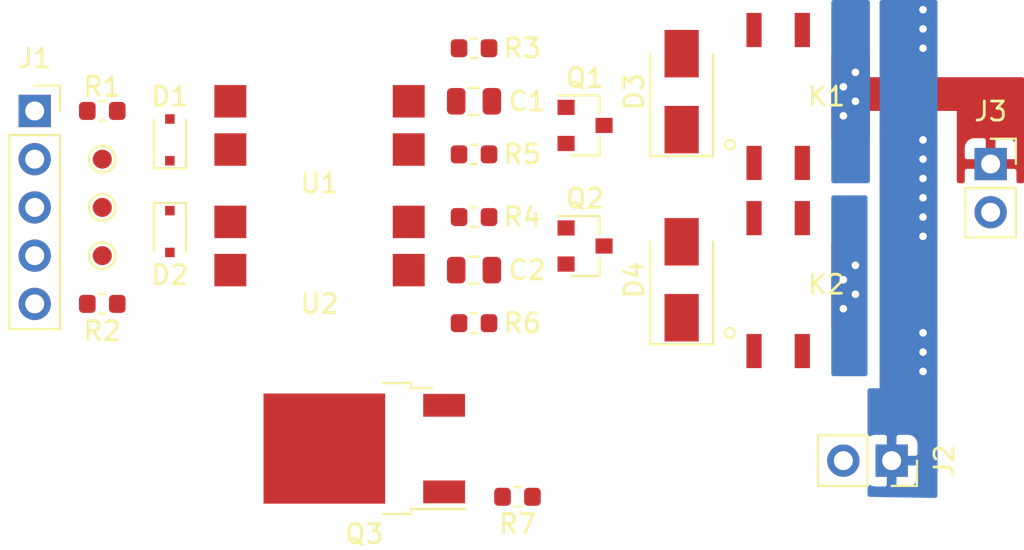
<source format=kicad_pcb>
(kicad_pcb (version 20171130) (host pcbnew "(5.1.6)-1")

  (general
    (thickness 1.6)
    (drawings 0)
    (tracks 20)
    (zones 0)
    (modules 26)
    (nets 23)
  )

  (page A4)
  (layers
    (0 F.Cu signal)
    (31 B.Cu signal)
    (32 B.Adhes user)
    (33 F.Adhes user)
    (34 B.Paste user)
    (35 F.Paste user)
    (36 B.SilkS user)
    (37 F.SilkS user)
    (38 B.Mask user)
    (39 F.Mask user)
    (40 Dwgs.User user)
    (41 Cmts.User user)
    (42 Eco1.User user)
    (43 Eco2.User user)
    (44 Edge.Cuts user)
    (45 Margin user)
    (46 B.CrtYd user)
    (47 F.CrtYd user)
    (48 B.Fab user)
    (49 F.Fab user hide)
  )

  (setup
    (last_trace_width 0.25)
    (trace_clearance 0.2)
    (zone_clearance 0.508)
    (zone_45_only no)
    (trace_min 0.2)
    (via_size 0.8)
    (via_drill 0.4)
    (via_min_size 0.4)
    (via_min_drill 0.3)
    (uvia_size 0.3)
    (uvia_drill 0.1)
    (uvias_allowed no)
    (uvia_min_size 0.2)
    (uvia_min_drill 0.1)
    (edge_width 0.05)
    (segment_width 0.2)
    (pcb_text_width 0.3)
    (pcb_text_size 1.5 1.5)
    (mod_edge_width 0.12)
    (mod_text_size 1 1)
    (mod_text_width 0.15)
    (pad_size 1.524 1.524)
    (pad_drill 0.762)
    (pad_to_mask_clearance 0.05)
    (aux_axis_origin 0 0)
    (visible_elements 7FFFFFFF)
    (pcbplotparams
      (layerselection 0x010fc_ffffffff)
      (usegerberextensions false)
      (usegerberattributes true)
      (usegerberadvancedattributes true)
      (creategerberjobfile true)
      (excludeedgelayer true)
      (linewidth 0.100000)
      (plotframeref false)
      (viasonmask false)
      (mode 1)
      (useauxorigin false)
      (hpglpennumber 1)
      (hpglpenspeed 20)
      (hpglpendiameter 15.000000)
      (psnegative false)
      (psa4output false)
      (plotreference true)
      (plotvalue true)
      (plotinvisibletext false)
      (padsonsilk false)
      (subtractmaskfromsilk false)
      (outputformat 1)
      (mirror false)
      (drillshape 1)
      (scaleselection 1)
      (outputdirectory ""))
  )

  (net 0 "")
  (net 1 +5V)
  (net 2 "Net-(C1-Pad1)")
  (net 3 "Net-(C2-Pad1)")
  (net 4 "Net-(D1-Pad2)")
  (net 5 MA+_EN)
  (net 6 "Net-(D2-Pad2)")
  (net 7 MA-_EN)
  (net 8 "Net-(D3-Pad2)")
  (net 9 "Net-(D4-Pad2)")
  (net 10 GND)
  (net 11 PWM)
  (net 12 -BATT)
  (net 13 +BATT)
  (net 14 MA-)
  (net 15 MA+)
  (net 16 "Net-(Q1-Pad1)")
  (net 17 "Net-(Q2-Pad1)")
  (net 18 "Net-(R1-Pad1)")
  (net 19 "Net-(R2-Pad1)")
  (net 20 "Net-(R5-Pad2)")
  (net 21 "Net-(R6-Pad2)")
  (net 22 -BATT_PWM)

  (net_class Default "This is the default net class."
    (clearance 0.2)
    (trace_width 0.25)
    (via_dia 0.8)
    (via_drill 0.4)
    (uvia_dia 0.3)
    (uvia_drill 0.1)
    (add_net +5V)
    (add_net +BATT)
    (add_net -BATT)
    (add_net -BATT_PWM)
    (add_net GND)
    (add_net MA+)
    (add_net MA+_EN)
    (add_net MA-)
    (add_net MA-_EN)
    (add_net "Net-(C1-Pad1)")
    (add_net "Net-(C2-Pad1)")
    (add_net "Net-(D1-Pad2)")
    (add_net "Net-(D2-Pad2)")
    (add_net "Net-(D3-Pad2)")
    (add_net "Net-(D4-Pad2)")
    (add_net "Net-(Q1-Pad1)")
    (add_net "Net-(Q2-Pad1)")
    (add_net "Net-(R1-Pad1)")
    (add_net "Net-(R2-Pad1)")
    (add_net "Net-(R5-Pad2)")
    (add_net "Net-(R6-Pad2)")
    (add_net PWM)
  )

  (module TestPoint:TestPoint_Pad_D1.0mm (layer F.Cu) (tedit 5A0F774F) (tstamp 604BD722)
    (at 51.816 60.96)
    (descr "SMD pad as test Point, diameter 1.0mm")
    (tags "test point SMD pad")
    (path /60516254)
    (attr virtual)
    (fp_text reference TP3 (at 0 -1.448) (layer F.Fab)
      (effects (font (size 1 1) (thickness 0.15)))
    )
    (fp_text value PWM (at 0 1.55) (layer F.Fab)
      (effects (font (size 1 1) (thickness 0.15)))
    )
    (fp_text user %R (at 0 -1.45) (layer F.Fab)
      (effects (font (size 1 1) (thickness 0.15)))
    )
    (fp_circle (center 0 0) (end 1 0) (layer F.CrtYd) (width 0.05))
    (fp_circle (center 0 0) (end 0 0.7) (layer F.SilkS) (width 0.12))
    (pad 1 smd circle (at 0 0) (size 1 1) (layers F.Cu F.Mask)
      (net 11 PWM))
  )

  (module TestPoint:TestPoint_Pad_D1.0mm (layer F.Cu) (tedit 5A0F774F) (tstamp 604BD71A)
    (at 51.816 58.42)
    (descr "SMD pad as test Point, diameter 1.0mm")
    (tags "test point SMD pad")
    (path /605137A1)
    (attr virtual)
    (fp_text reference TP2 (at 0 -1.448) (layer F.Fab)
      (effects (font (size 1 1) (thickness 0.15)))
    )
    (fp_text value MA-_EN (at 0 1.55) (layer F.Fab)
      (effects (font (size 1 1) (thickness 0.15)))
    )
    (fp_text user %R (at 0 -1.45) (layer F.Fab)
      (effects (font (size 1 1) (thickness 0.15)))
    )
    (fp_circle (center 0 0) (end 1 0) (layer F.CrtYd) (width 0.05))
    (fp_circle (center 0 0) (end 0 0.7) (layer F.SilkS) (width 0.12))
    (pad 1 smd circle (at 0 0) (size 1 1) (layers F.Cu F.Mask)
      (net 7 MA-_EN))
  )

  (module TestPoint:TestPoint_Pad_D1.0mm (layer F.Cu) (tedit 5A0F774F) (tstamp 604BD712)
    (at 51.816 55.88)
    (descr "SMD pad as test Point, diameter 1.0mm")
    (tags "test point SMD pad")
    (path /605117C5)
    (attr virtual)
    (fp_text reference TP1 (at 0 -1.448) (layer F.Fab)
      (effects (font (size 1 1) (thickness 0.15)))
    )
    (fp_text value MA+_EN (at 0 1.55) (layer F.Fab)
      (effects (font (size 1 1) (thickness 0.15)))
    )
    (fp_text user %R (at 0 -1.45) (layer F.Fab)
      (effects (font (size 1 1) (thickness 0.15)))
    )
    (fp_circle (center 0 0) (end 1 0) (layer F.CrtYd) (width 0.05))
    (fp_circle (center 0 0) (end 0 0.7) (layer F.SilkS) (width 0.12))
    (pad 1 smd circle (at 0 0) (size 1 1) (layers F.Cu F.Mask)
      (net 5 MA+_EN))
  )

  (module Diode_SMD:D_SMA (layer F.Cu) (tedit 586432E5) (tstamp 604C1411)
    (at 82.296 62.23 90)
    (descr "Diode SMA (DO-214AC)")
    (tags "Diode SMA (DO-214AC)")
    (path /604D767D)
    (attr smd)
    (fp_text reference D4 (at 0 -2.5 90) (layer F.SilkS)
      (effects (font (size 1 1) (thickness 0.15)))
    )
    (fp_text value D_Small (at 0 2.6 90) (layer F.Fab)
      (effects (font (size 1 1) (thickness 0.15)))
    )
    (fp_text user %R (at 0 -2.5 90) (layer F.Fab)
      (effects (font (size 1 1) (thickness 0.15)))
    )
    (fp_line (start -3.4 -1.65) (end -3.4 1.65) (layer F.SilkS) (width 0.12))
    (fp_line (start 2.3 1.5) (end -2.3 1.5) (layer F.Fab) (width 0.1))
    (fp_line (start -2.3 1.5) (end -2.3 -1.5) (layer F.Fab) (width 0.1))
    (fp_line (start 2.3 -1.5) (end 2.3 1.5) (layer F.Fab) (width 0.1))
    (fp_line (start 2.3 -1.5) (end -2.3 -1.5) (layer F.Fab) (width 0.1))
    (fp_line (start -3.5 -1.75) (end 3.5 -1.75) (layer F.CrtYd) (width 0.05))
    (fp_line (start 3.5 -1.75) (end 3.5 1.75) (layer F.CrtYd) (width 0.05))
    (fp_line (start 3.5 1.75) (end -3.5 1.75) (layer F.CrtYd) (width 0.05))
    (fp_line (start -3.5 1.75) (end -3.5 -1.75) (layer F.CrtYd) (width 0.05))
    (fp_line (start -0.64944 0.00102) (end -1.55114 0.00102) (layer F.Fab) (width 0.1))
    (fp_line (start 0.50118 0.00102) (end 1.4994 0.00102) (layer F.Fab) (width 0.1))
    (fp_line (start -0.64944 -0.79908) (end -0.64944 0.80112) (layer F.Fab) (width 0.1))
    (fp_line (start 0.50118 0.75032) (end 0.50118 -0.79908) (layer F.Fab) (width 0.1))
    (fp_line (start -0.64944 0.00102) (end 0.50118 0.75032) (layer F.Fab) (width 0.1))
    (fp_line (start -0.64944 0.00102) (end 0.50118 -0.79908) (layer F.Fab) (width 0.1))
    (fp_line (start -3.4 1.65) (end 2 1.65) (layer F.SilkS) (width 0.12))
    (fp_line (start -3.4 -1.65) (end 2 -1.65) (layer F.SilkS) (width 0.12))
    (pad 2 smd rect (at 2 0 90) (size 2.5 1.8) (layers F.Cu F.Paste F.Mask)
      (net 9 "Net-(D4-Pad2)"))
    (pad 1 smd rect (at -2 0 90) (size 2.5 1.8) (layers F.Cu F.Paste F.Mask)
      (net 1 +5V))
    (model ${KISYS3DMOD}/Diode_SMD.3dshapes/D_SMA.wrl
      (at (xyz 0 0 0))
      (scale (xyz 1 1 1))
      (rotate (xyz 0 0 0))
    )
  )

  (module Diode_SMD:D_SOD-323F (layer F.Cu) (tedit 590A48EB) (tstamp 604BD5DF)
    (at 55.372 59.69 270)
    (descr "SOD-323F http://www.nxp.com/documents/outline_drawing/SOD323F.pdf")
    (tags SOD-323F)
    (path /604D7671)
    (attr smd)
    (fp_text reference D2 (at 2.286 0 180) (layer F.SilkS)
      (effects (font (size 1 1) (thickness 0.15)))
    )
    (fp_text value D_Small (at 0.1 1.9 90) (layer F.Fab)
      (effects (font (size 1 1) (thickness 0.15)))
    )
    (fp_text user %R (at 0 -1.85 90) (layer F.Fab)
      (effects (font (size 1 1) (thickness 0.15)))
    )
    (fp_line (start -1.5 -0.85) (end -1.5 0.85) (layer F.SilkS) (width 0.12))
    (fp_line (start 0.2 0) (end 0.45 0) (layer F.Fab) (width 0.1))
    (fp_line (start 0.2 0.35) (end -0.3 0) (layer F.Fab) (width 0.1))
    (fp_line (start 0.2 -0.35) (end 0.2 0.35) (layer F.Fab) (width 0.1))
    (fp_line (start -0.3 0) (end 0.2 -0.35) (layer F.Fab) (width 0.1))
    (fp_line (start -0.3 0) (end -0.5 0) (layer F.Fab) (width 0.1))
    (fp_line (start -0.3 -0.35) (end -0.3 0.35) (layer F.Fab) (width 0.1))
    (fp_line (start -0.9 0.7) (end -0.9 -0.7) (layer F.Fab) (width 0.1))
    (fp_line (start 0.9 0.7) (end -0.9 0.7) (layer F.Fab) (width 0.1))
    (fp_line (start 0.9 -0.7) (end 0.9 0.7) (layer F.Fab) (width 0.1))
    (fp_line (start -0.9 -0.7) (end 0.9 -0.7) (layer F.Fab) (width 0.1))
    (fp_line (start -1.6 -0.95) (end 1.6 -0.95) (layer F.CrtYd) (width 0.05))
    (fp_line (start 1.6 -0.95) (end 1.6 0.95) (layer F.CrtYd) (width 0.05))
    (fp_line (start -1.6 0.95) (end 1.6 0.95) (layer F.CrtYd) (width 0.05))
    (fp_line (start -1.6 -0.95) (end -1.6 0.95) (layer F.CrtYd) (width 0.05))
    (fp_line (start -1.5 0.85) (end 1.05 0.85) (layer F.SilkS) (width 0.12))
    (fp_line (start -1.5 -0.85) (end 1.05 -0.85) (layer F.SilkS) (width 0.12))
    (pad 2 smd rect (at 1.1 0 270) (size 0.5 0.5) (layers F.Cu F.Paste F.Mask)
      (net 6 "Net-(D2-Pad2)"))
    (pad 1 smd rect (at -1.1 0 270) (size 0.5 0.5) (layers F.Cu F.Paste F.Mask)
      (net 7 MA-_EN))
    (model ${KISYS3DMOD}/Diode_SMD.3dshapes/D_SOD-323F.wrl
      (at (xyz 0 0 0))
      (scale (xyz 1 1 1))
      (rotate (xyz 0 0 0))
    )
  )

  (module Resistor_SMD:R_0603_1608Metric (layer F.Cu) (tedit 5B301BBD) (tstamp 604BD70A)
    (at 73.66 73.66 180)
    (descr "Resistor SMD 0603 (1608 Metric), square (rectangular) end terminal, IPC_7351 nominal, (Body size source: http://www.tortai-tech.com/upload/download/2011102023233369053.pdf), generated with kicad-footprint-generator")
    (tags resistor)
    (path /604EF444)
    (attr smd)
    (fp_text reference R7 (at 0 -1.43) (layer F.SilkS)
      (effects (font (size 1 1) (thickness 0.15)))
    )
    (fp_text value 10k (at 0 1.43) (layer F.Fab)
      (effects (font (size 1 1) (thickness 0.15)))
    )
    (fp_line (start 1.48 0.73) (end -1.48 0.73) (layer F.CrtYd) (width 0.05))
    (fp_line (start 1.48 -0.73) (end 1.48 0.73) (layer F.CrtYd) (width 0.05))
    (fp_line (start -1.48 -0.73) (end 1.48 -0.73) (layer F.CrtYd) (width 0.05))
    (fp_line (start -1.48 0.73) (end -1.48 -0.73) (layer F.CrtYd) (width 0.05))
    (fp_line (start -0.162779 0.51) (end 0.162779 0.51) (layer F.SilkS) (width 0.12))
    (fp_line (start -0.162779 -0.51) (end 0.162779 -0.51) (layer F.SilkS) (width 0.12))
    (fp_line (start 0.8 0.4) (end -0.8 0.4) (layer F.Fab) (width 0.1))
    (fp_line (start 0.8 -0.4) (end 0.8 0.4) (layer F.Fab) (width 0.1))
    (fp_line (start -0.8 -0.4) (end 0.8 -0.4) (layer F.Fab) (width 0.1))
    (fp_line (start -0.8 0.4) (end -0.8 -0.4) (layer F.Fab) (width 0.1))
    (fp_text user %R (at 0 0) (layer F.Fab)
      (effects (font (size 0.4 0.4) (thickness 0.06)))
    )
    (pad 2 smd roundrect (at 0.7875 0 180) (size 0.875 0.95) (layers F.Cu F.Paste F.Mask) (roundrect_rratio 0.25)
      (net 22 -BATT_PWM))
    (pad 1 smd roundrect (at -0.7875 0 180) (size 0.875 0.95) (layers F.Cu F.Paste F.Mask) (roundrect_rratio 0.25)
      (net 13 +BATT))
    (model ${KISYS3DMOD}/Resistor_SMD.3dshapes/R_0603_1608Metric.wrl
      (at (xyz 0 0 0))
      (scale (xyz 1 1 1))
      (rotate (xyz 0 0 0))
    )
  )

  (module Resistor_SMD:R_0603_1608Metric (layer F.Cu) (tedit 5B301BBD) (tstamp 604C1CF7)
    (at 71.374 64.516 180)
    (descr "Resistor SMD 0603 (1608 Metric), square (rectangular) end terminal, IPC_7351 nominal, (Body size source: http://www.tortai-tech.com/upload/download/2011102023233369053.pdf), generated with kicad-footprint-generator")
    (tags resistor)
    (path /604D7683)
    (attr smd)
    (fp_text reference R6 (at -2.54 0) (layer F.SilkS)
      (effects (font (size 1 1) (thickness 0.15)))
    )
    (fp_text value 1k (at 0 1.43) (layer F.Fab)
      (effects (font (size 1 1) (thickness 0.15)))
    )
    (fp_line (start 1.48 0.73) (end -1.48 0.73) (layer F.CrtYd) (width 0.05))
    (fp_line (start 1.48 -0.73) (end 1.48 0.73) (layer F.CrtYd) (width 0.05))
    (fp_line (start -1.48 -0.73) (end 1.48 -0.73) (layer F.CrtYd) (width 0.05))
    (fp_line (start -1.48 0.73) (end -1.48 -0.73) (layer F.CrtYd) (width 0.05))
    (fp_line (start -0.162779 0.51) (end 0.162779 0.51) (layer F.SilkS) (width 0.12))
    (fp_line (start -0.162779 -0.51) (end 0.162779 -0.51) (layer F.SilkS) (width 0.12))
    (fp_line (start 0.8 0.4) (end -0.8 0.4) (layer F.Fab) (width 0.1))
    (fp_line (start 0.8 -0.4) (end 0.8 0.4) (layer F.Fab) (width 0.1))
    (fp_line (start -0.8 -0.4) (end 0.8 -0.4) (layer F.Fab) (width 0.1))
    (fp_line (start -0.8 0.4) (end -0.8 -0.4) (layer F.Fab) (width 0.1))
    (fp_text user %R (at 0 0) (layer F.Fab)
      (effects (font (size 0.4 0.4) (thickness 0.06)))
    )
    (pad 2 smd roundrect (at 0.7875 0 180) (size 0.875 0.95) (layers F.Cu F.Paste F.Mask) (roundrect_rratio 0.25)
      (net 21 "Net-(R6-Pad2)"))
    (pad 1 smd roundrect (at -0.7875 0 180) (size 0.875 0.95) (layers F.Cu F.Paste F.Mask) (roundrect_rratio 0.25)
      (net 17 "Net-(Q2-Pad1)"))
    (model ${KISYS3DMOD}/Resistor_SMD.3dshapes/R_0603_1608Metric.wrl
      (at (xyz 0 0 0))
      (scale (xyz 1 1 1))
      (rotate (xyz 0 0 0))
    )
  )

  (module Resistor_SMD:R_0603_1608Metric (layer F.Cu) (tedit 5B301BBD) (tstamp 604BD6E8)
    (at 71.374 55.626 180)
    (descr "Resistor SMD 0603 (1608 Metric), square (rectangular) end terminal, IPC_7351 nominal, (Body size source: http://www.tortai-tech.com/upload/download/2011102023233369053.pdf), generated with kicad-footprint-generator")
    (tags resistor)
    (path /604BB6DB)
    (attr smd)
    (fp_text reference R5 (at -2.54 0) (layer F.SilkS)
      (effects (font (size 1 1) (thickness 0.15)))
    )
    (fp_text value 1k (at 0 1.43) (layer F.Fab)
      (effects (font (size 1 1) (thickness 0.15)))
    )
    (fp_line (start 1.48 0.73) (end -1.48 0.73) (layer F.CrtYd) (width 0.05))
    (fp_line (start 1.48 -0.73) (end 1.48 0.73) (layer F.CrtYd) (width 0.05))
    (fp_line (start -1.48 -0.73) (end 1.48 -0.73) (layer F.CrtYd) (width 0.05))
    (fp_line (start -1.48 0.73) (end -1.48 -0.73) (layer F.CrtYd) (width 0.05))
    (fp_line (start -0.162779 0.51) (end 0.162779 0.51) (layer F.SilkS) (width 0.12))
    (fp_line (start -0.162779 -0.51) (end 0.162779 -0.51) (layer F.SilkS) (width 0.12))
    (fp_line (start 0.8 0.4) (end -0.8 0.4) (layer F.Fab) (width 0.1))
    (fp_line (start 0.8 -0.4) (end 0.8 0.4) (layer F.Fab) (width 0.1))
    (fp_line (start -0.8 -0.4) (end 0.8 -0.4) (layer F.Fab) (width 0.1))
    (fp_line (start -0.8 0.4) (end -0.8 -0.4) (layer F.Fab) (width 0.1))
    (fp_text user %R (at 0 0) (layer F.Fab)
      (effects (font (size 0.4 0.4) (thickness 0.06)))
    )
    (pad 2 smd roundrect (at 0.7875 0 180) (size 0.875 0.95) (layers F.Cu F.Paste F.Mask) (roundrect_rratio 0.25)
      (net 20 "Net-(R5-Pad2)"))
    (pad 1 smd roundrect (at -0.7875 0 180) (size 0.875 0.95) (layers F.Cu F.Paste F.Mask) (roundrect_rratio 0.25)
      (net 16 "Net-(Q1-Pad1)"))
    (model ${KISYS3DMOD}/Resistor_SMD.3dshapes/R_0603_1608Metric.wrl
      (at (xyz 0 0 0))
      (scale (xyz 1 1 1))
      (rotate (xyz 0 0 0))
    )
  )

  (module Resistor_SMD:R_0603_1608Metric (layer F.Cu) (tedit 5B301BBD) (tstamp 604C1CC7)
    (at 71.374 58.928 180)
    (descr "Resistor SMD 0603 (1608 Metric), square (rectangular) end terminal, IPC_7351 nominal, (Body size source: http://www.tortai-tech.com/upload/download/2011102023233369053.pdf), generated with kicad-footprint-generator")
    (tags resistor)
    (path /604D76C3)
    (attr smd)
    (fp_text reference R4 (at -2.54 0) (layer F.SilkS)
      (effects (font (size 1 1) (thickness 0.15)))
    )
    (fp_text value 100R (at 0 1.43) (layer F.Fab)
      (effects (font (size 1 1) (thickness 0.15)))
    )
    (fp_line (start 1.48 0.73) (end -1.48 0.73) (layer F.CrtYd) (width 0.05))
    (fp_line (start 1.48 -0.73) (end 1.48 0.73) (layer F.CrtYd) (width 0.05))
    (fp_line (start -1.48 -0.73) (end 1.48 -0.73) (layer F.CrtYd) (width 0.05))
    (fp_line (start -1.48 0.73) (end -1.48 -0.73) (layer F.CrtYd) (width 0.05))
    (fp_line (start -0.162779 0.51) (end 0.162779 0.51) (layer F.SilkS) (width 0.12))
    (fp_line (start -0.162779 -0.51) (end 0.162779 -0.51) (layer F.SilkS) (width 0.12))
    (fp_line (start 0.8 0.4) (end -0.8 0.4) (layer F.Fab) (width 0.1))
    (fp_line (start 0.8 -0.4) (end 0.8 0.4) (layer F.Fab) (width 0.1))
    (fp_line (start -0.8 -0.4) (end 0.8 -0.4) (layer F.Fab) (width 0.1))
    (fp_line (start -0.8 0.4) (end -0.8 -0.4) (layer F.Fab) (width 0.1))
    (fp_text user %R (at 0 0) (layer F.Fab)
      (effects (font (size 0.4 0.4) (thickness 0.06)))
    )
    (pad 2 smd roundrect (at 0.7875 0 180) (size 0.875 0.95) (layers F.Cu F.Paste F.Mask) (roundrect_rratio 0.25)
      (net 3 "Net-(C2-Pad1)"))
    (pad 1 smd roundrect (at -0.7875 0 180) (size 0.875 0.95) (layers F.Cu F.Paste F.Mask) (roundrect_rratio 0.25)
      (net 9 "Net-(D4-Pad2)"))
    (model ${KISYS3DMOD}/Resistor_SMD.3dshapes/R_0603_1608Metric.wrl
      (at (xyz 0 0 0))
      (scale (xyz 1 1 1))
      (rotate (xyz 0 0 0))
    )
  )

  (module Resistor_SMD:R_0603_1608Metric (layer F.Cu) (tedit 5B301BBD) (tstamp 604C1DD4)
    (at 71.374 50.038 180)
    (descr "Resistor SMD 0603 (1608 Metric), square (rectangular) end terminal, IPC_7351 nominal, (Body size source: http://www.tortai-tech.com/upload/download/2011102023233369053.pdf), generated with kicad-footprint-generator")
    (tags resistor)
    (path /604BBEBE)
    (attr smd)
    (fp_text reference R3 (at -2.54 0) (layer F.SilkS)
      (effects (font (size 1 1) (thickness 0.15)))
    )
    (fp_text value 100R (at 0 1.43) (layer F.Fab)
      (effects (font (size 1 1) (thickness 0.15)))
    )
    (fp_line (start 1.48 0.73) (end -1.48 0.73) (layer F.CrtYd) (width 0.05))
    (fp_line (start 1.48 -0.73) (end 1.48 0.73) (layer F.CrtYd) (width 0.05))
    (fp_line (start -1.48 -0.73) (end 1.48 -0.73) (layer F.CrtYd) (width 0.05))
    (fp_line (start -1.48 0.73) (end -1.48 -0.73) (layer F.CrtYd) (width 0.05))
    (fp_line (start -0.162779 0.51) (end 0.162779 0.51) (layer F.SilkS) (width 0.12))
    (fp_line (start -0.162779 -0.51) (end 0.162779 -0.51) (layer F.SilkS) (width 0.12))
    (fp_line (start 0.8 0.4) (end -0.8 0.4) (layer F.Fab) (width 0.1))
    (fp_line (start 0.8 -0.4) (end 0.8 0.4) (layer F.Fab) (width 0.1))
    (fp_line (start -0.8 -0.4) (end 0.8 -0.4) (layer F.Fab) (width 0.1))
    (fp_line (start -0.8 0.4) (end -0.8 -0.4) (layer F.Fab) (width 0.1))
    (fp_text user %R (at 0 0) (layer F.Fab)
      (effects (font (size 0.4 0.4) (thickness 0.06)))
    )
    (pad 2 smd roundrect (at 0.7875 0 180) (size 0.875 0.95) (layers F.Cu F.Paste F.Mask) (roundrect_rratio 0.25)
      (net 2 "Net-(C1-Pad1)"))
    (pad 1 smd roundrect (at -0.7875 0 180) (size 0.875 0.95) (layers F.Cu F.Paste F.Mask) (roundrect_rratio 0.25)
      (net 8 "Net-(D3-Pad2)"))
    (model ${KISYS3DMOD}/Resistor_SMD.3dshapes/R_0603_1608Metric.wrl
      (at (xyz 0 0 0))
      (scale (xyz 1 1 1))
      (rotate (xyz 0 0 0))
    )
  )

  (module Resistor_SMD:R_0603_1608Metric (layer F.Cu) (tedit 5B301BBD) (tstamp 604BD6B5)
    (at 51.816 63.5 180)
    (descr "Resistor SMD 0603 (1608 Metric), square (rectangular) end terminal, IPC_7351 nominal, (Body size source: http://www.tortai-tech.com/upload/download/2011102023233369053.pdf), generated with kicad-footprint-generator")
    (tags resistor)
    (path /604D7665)
    (attr smd)
    (fp_text reference R2 (at 0 -1.43) (layer F.SilkS)
      (effects (font (size 1 1) (thickness 0.15)))
    )
    (fp_text value 180R (at 0 1.43) (layer F.Fab)
      (effects (font (size 1 1) (thickness 0.15)))
    )
    (fp_line (start 1.48 0.73) (end -1.48 0.73) (layer F.CrtYd) (width 0.05))
    (fp_line (start 1.48 -0.73) (end 1.48 0.73) (layer F.CrtYd) (width 0.05))
    (fp_line (start -1.48 -0.73) (end 1.48 -0.73) (layer F.CrtYd) (width 0.05))
    (fp_line (start -1.48 0.73) (end -1.48 -0.73) (layer F.CrtYd) (width 0.05))
    (fp_line (start -0.162779 0.51) (end 0.162779 0.51) (layer F.SilkS) (width 0.12))
    (fp_line (start -0.162779 -0.51) (end 0.162779 -0.51) (layer F.SilkS) (width 0.12))
    (fp_line (start 0.8 0.4) (end -0.8 0.4) (layer F.Fab) (width 0.1))
    (fp_line (start 0.8 -0.4) (end 0.8 0.4) (layer F.Fab) (width 0.1))
    (fp_line (start -0.8 -0.4) (end 0.8 -0.4) (layer F.Fab) (width 0.1))
    (fp_line (start -0.8 0.4) (end -0.8 -0.4) (layer F.Fab) (width 0.1))
    (fp_text user %R (at 0 0) (layer F.Fab)
      (effects (font (size 0.4 0.4) (thickness 0.06)))
    )
    (pad 2 smd roundrect (at 0.7875 0 180) (size 0.875 0.95) (layers F.Cu F.Paste F.Mask) (roundrect_rratio 0.25)
      (net 1 +5V))
    (pad 1 smd roundrect (at -0.7875 0 180) (size 0.875 0.95) (layers F.Cu F.Paste F.Mask) (roundrect_rratio 0.25)
      (net 19 "Net-(R2-Pad1)"))
    (model ${KISYS3DMOD}/Resistor_SMD.3dshapes/R_0603_1608Metric.wrl
      (at (xyz 0 0 0))
      (scale (xyz 1 1 1))
      (rotate (xyz 0 0 0))
    )
  )

  (module Resistor_SMD:R_0603_1608Metric (layer F.Cu) (tedit 5B301BBD) (tstamp 604BD6A4)
    (at 51.816 53.34 180)
    (descr "Resistor SMD 0603 (1608 Metric), square (rectangular) end terminal, IPC_7351 nominal, (Body size source: http://www.tortai-tech.com/upload/download/2011102023233369053.pdf), generated with kicad-footprint-generator")
    (tags resistor)
    (path /604B5F71)
    (attr smd)
    (fp_text reference R1 (at 0 1.27) (layer F.SilkS)
      (effects (font (size 1 1) (thickness 0.15)))
    )
    (fp_text value 180R (at 0 1.43) (layer F.Fab)
      (effects (font (size 1 1) (thickness 0.15)))
    )
    (fp_line (start 1.48 0.73) (end -1.48 0.73) (layer F.CrtYd) (width 0.05))
    (fp_line (start 1.48 -0.73) (end 1.48 0.73) (layer F.CrtYd) (width 0.05))
    (fp_line (start -1.48 -0.73) (end 1.48 -0.73) (layer F.CrtYd) (width 0.05))
    (fp_line (start -1.48 0.73) (end -1.48 -0.73) (layer F.CrtYd) (width 0.05))
    (fp_line (start -0.162779 0.51) (end 0.162779 0.51) (layer F.SilkS) (width 0.12))
    (fp_line (start -0.162779 -0.51) (end 0.162779 -0.51) (layer F.SilkS) (width 0.12))
    (fp_line (start 0.8 0.4) (end -0.8 0.4) (layer F.Fab) (width 0.1))
    (fp_line (start 0.8 -0.4) (end 0.8 0.4) (layer F.Fab) (width 0.1))
    (fp_line (start -0.8 -0.4) (end 0.8 -0.4) (layer F.Fab) (width 0.1))
    (fp_line (start -0.8 0.4) (end -0.8 -0.4) (layer F.Fab) (width 0.1))
    (fp_text user %R (at 0 0) (layer F.Fab)
      (effects (font (size 0.4 0.4) (thickness 0.06)))
    )
    (pad 2 smd roundrect (at 0.7875 0 180) (size 0.875 0.95) (layers F.Cu F.Paste F.Mask) (roundrect_rratio 0.25)
      (net 1 +5V))
    (pad 1 smd roundrect (at -0.7875 0 180) (size 0.875 0.95) (layers F.Cu F.Paste F.Mask) (roundrect_rratio 0.25)
      (net 18 "Net-(R1-Pad1)"))
    (model ${KISYS3DMOD}/Resistor_SMD.3dshapes/R_0603_1608Metric.wrl
      (at (xyz 0 0 0))
      (scale (xyz 1 1 1))
      (rotate (xyz 0 0 0))
    )
  )

  (module Package_TO_SOT_SMD:SOT-23 (layer F.Cu) (tedit 5A02FF57) (tstamp 604BD67E)
    (at 77.216 60.452)
    (descr "SOT-23, Standard")
    (tags SOT-23)
    (path /604D7677)
    (attr smd)
    (fp_text reference Q2 (at 0 -2.5) (layer F.SilkS)
      (effects (font (size 1 1) (thickness 0.15)))
    )
    (fp_text value Q_NPN_BCE (at 0 2.5) (layer F.Fab)
      (effects (font (size 1 1) (thickness 0.15)))
    )
    (fp_line (start 0.76 1.58) (end -0.7 1.58) (layer F.SilkS) (width 0.12))
    (fp_line (start 0.76 -1.58) (end -1.4 -1.58) (layer F.SilkS) (width 0.12))
    (fp_line (start -1.7 1.75) (end -1.7 -1.75) (layer F.CrtYd) (width 0.05))
    (fp_line (start 1.7 1.75) (end -1.7 1.75) (layer F.CrtYd) (width 0.05))
    (fp_line (start 1.7 -1.75) (end 1.7 1.75) (layer F.CrtYd) (width 0.05))
    (fp_line (start -1.7 -1.75) (end 1.7 -1.75) (layer F.CrtYd) (width 0.05))
    (fp_line (start 0.76 -1.58) (end 0.76 -0.65) (layer F.SilkS) (width 0.12))
    (fp_line (start 0.76 1.58) (end 0.76 0.65) (layer F.SilkS) (width 0.12))
    (fp_line (start -0.7 1.52) (end 0.7 1.52) (layer F.Fab) (width 0.1))
    (fp_line (start 0.7 -1.52) (end 0.7 1.52) (layer F.Fab) (width 0.1))
    (fp_line (start -0.7 -0.95) (end -0.15 -1.52) (layer F.Fab) (width 0.1))
    (fp_line (start -0.15 -1.52) (end 0.7 -1.52) (layer F.Fab) (width 0.1))
    (fp_line (start -0.7 -0.95) (end -0.7 1.5) (layer F.Fab) (width 0.1))
    (fp_text user %R (at 0 0 90) (layer F.Fab)
      (effects (font (size 0.5 0.5) (thickness 0.075)))
    )
    (pad 3 smd rect (at 1 0) (size 0.9 0.8) (layers F.Cu F.Paste F.Mask)
      (net 10 GND))
    (pad 2 smd rect (at -1 0.95) (size 0.9 0.8) (layers F.Cu F.Paste F.Mask)
      (net 9 "Net-(D4-Pad2)"))
    (pad 1 smd rect (at -1 -0.95) (size 0.9 0.8) (layers F.Cu F.Paste F.Mask)
      (net 17 "Net-(Q2-Pad1)"))
    (model ${KISYS3DMOD}/Package_TO_SOT_SMD.3dshapes/SOT-23.wrl
      (at (xyz 0 0 0))
      (scale (xyz 1 1 1))
      (rotate (xyz 0 0 0))
    )
  )

  (module Package_TO_SOT_SMD:SOT-23 (layer F.Cu) (tedit 5A02FF57) (tstamp 604BD669)
    (at 77.216 54.102)
    (descr "SOT-23, Standard")
    (tags SOT-23)
    (path /604B732F)
    (attr smd)
    (fp_text reference Q1 (at 0 -2.5) (layer F.SilkS)
      (effects (font (size 1 1) (thickness 0.15)))
    )
    (fp_text value Q_NPN_BCE (at 0 2.5) (layer F.Fab)
      (effects (font (size 1 1) (thickness 0.15)))
    )
    (fp_line (start 0.76 1.58) (end -0.7 1.58) (layer F.SilkS) (width 0.12))
    (fp_line (start 0.76 -1.58) (end -1.4 -1.58) (layer F.SilkS) (width 0.12))
    (fp_line (start -1.7 1.75) (end -1.7 -1.75) (layer F.CrtYd) (width 0.05))
    (fp_line (start 1.7 1.75) (end -1.7 1.75) (layer F.CrtYd) (width 0.05))
    (fp_line (start 1.7 -1.75) (end 1.7 1.75) (layer F.CrtYd) (width 0.05))
    (fp_line (start -1.7 -1.75) (end 1.7 -1.75) (layer F.CrtYd) (width 0.05))
    (fp_line (start 0.76 -1.58) (end 0.76 -0.65) (layer F.SilkS) (width 0.12))
    (fp_line (start 0.76 1.58) (end 0.76 0.65) (layer F.SilkS) (width 0.12))
    (fp_line (start -0.7 1.52) (end 0.7 1.52) (layer F.Fab) (width 0.1))
    (fp_line (start 0.7 -1.52) (end 0.7 1.52) (layer F.Fab) (width 0.1))
    (fp_line (start -0.7 -0.95) (end -0.15 -1.52) (layer F.Fab) (width 0.1))
    (fp_line (start -0.15 -1.52) (end 0.7 -1.52) (layer F.Fab) (width 0.1))
    (fp_line (start -0.7 -0.95) (end -0.7 1.5) (layer F.Fab) (width 0.1))
    (fp_text user %R (at 0 0 90) (layer F.Fab)
      (effects (font (size 0.5 0.5) (thickness 0.075)))
    )
    (pad 3 smd rect (at 1 0) (size 0.9 0.8) (layers F.Cu F.Paste F.Mask)
      (net 10 GND))
    (pad 2 smd rect (at -1 0.95) (size 0.9 0.8) (layers F.Cu F.Paste F.Mask)
      (net 8 "Net-(D3-Pad2)"))
    (pad 1 smd rect (at -1 -0.95) (size 0.9 0.8) (layers F.Cu F.Paste F.Mask)
      (net 16 "Net-(Q1-Pad1)"))
    (model ${KISYS3DMOD}/Package_TO_SOT_SMD.3dshapes/SOT-23.wrl
      (at (xyz 0 0 0))
      (scale (xyz 1 1 1))
      (rotate (xyz 0 0 0))
    )
  )

  (module Connector_PinSocket_2.54mm:PinSocket_1x02_P2.54mm_Vertical (layer F.Cu) (tedit 5A19A420) (tstamp 604BD654)
    (at 98.552 56.134)
    (descr "Through hole straight socket strip, 1x02, 2.54mm pitch, single row (from Kicad 4.0.7), script generated")
    (tags "Through hole socket strip THT 1x02 2.54mm single row")
    (path /605051C2)
    (fp_text reference J3 (at 0 -2.77) (layer F.SilkS)
      (effects (font (size 1 1) (thickness 0.15)))
    )
    (fp_text value MA (at 0 5.31) (layer F.Fab)
      (effects (font (size 1 1) (thickness 0.15)))
    )
    (fp_line (start -1.8 4.3) (end -1.8 -1.8) (layer F.CrtYd) (width 0.05))
    (fp_line (start 1.75 4.3) (end -1.8 4.3) (layer F.CrtYd) (width 0.05))
    (fp_line (start 1.75 -1.8) (end 1.75 4.3) (layer F.CrtYd) (width 0.05))
    (fp_line (start -1.8 -1.8) (end 1.75 -1.8) (layer F.CrtYd) (width 0.05))
    (fp_line (start 0 -1.33) (end 1.33 -1.33) (layer F.SilkS) (width 0.12))
    (fp_line (start 1.33 -1.33) (end 1.33 0) (layer F.SilkS) (width 0.12))
    (fp_line (start 1.33 1.27) (end 1.33 3.87) (layer F.SilkS) (width 0.12))
    (fp_line (start -1.33 3.87) (end 1.33 3.87) (layer F.SilkS) (width 0.12))
    (fp_line (start -1.33 1.27) (end -1.33 3.87) (layer F.SilkS) (width 0.12))
    (fp_line (start -1.33 1.27) (end 1.33 1.27) (layer F.SilkS) (width 0.12))
    (fp_line (start -1.27 3.81) (end -1.27 -1.27) (layer F.Fab) (width 0.1))
    (fp_line (start 1.27 3.81) (end -1.27 3.81) (layer F.Fab) (width 0.1))
    (fp_line (start 1.27 -0.635) (end 1.27 3.81) (layer F.Fab) (width 0.1))
    (fp_line (start 0.635 -1.27) (end 1.27 -0.635) (layer F.Fab) (width 0.1))
    (fp_line (start -1.27 -1.27) (end 0.635 -1.27) (layer F.Fab) (width 0.1))
    (fp_text user %R (at 0 1.27 90) (layer F.Fab)
      (effects (font (size 1 1) (thickness 0.15)))
    )
    (pad 2 thru_hole oval (at 0 2.54) (size 1.7 1.7) (drill 1) (layers *.Cu *.Mask)
      (net 14 MA-))
    (pad 1 thru_hole rect (at 0 0) (size 1.7 1.7) (drill 1) (layers *.Cu *.Mask)
      (net 15 MA+))
    (model ${KISYS3DMOD}/Connector_PinSocket_2.54mm.3dshapes/PinSocket_1x02_P2.54mm_Vertical.wrl
      (at (xyz 0 0 0))
      (scale (xyz 1 1 1))
      (rotate (xyz 0 0 0))
    )
  )

  (module Connector_PinSocket_2.54mm:PinSocket_1x02_P2.54mm_Vertical (layer F.Cu) (tedit 5A19A420) (tstamp 604BD63E)
    (at 93.345 71.755 270)
    (descr "Through hole straight socket strip, 1x02, 2.54mm pitch, single row (from Kicad 4.0.7), script generated")
    (tags "Through hole socket strip THT 1x02 2.54mm single row")
    (path /604FDB4C)
    (fp_text reference J2 (at 0 -2.77 90) (layer F.SilkS)
      (effects (font (size 1 1) (thickness 0.15)))
    )
    (fp_text value BATT (at 0 5.31 90) (layer F.Fab)
      (effects (font (size 1 1) (thickness 0.15)))
    )
    (fp_line (start -1.8 4.3) (end -1.8 -1.8) (layer F.CrtYd) (width 0.05))
    (fp_line (start 1.75 4.3) (end -1.8 4.3) (layer F.CrtYd) (width 0.05))
    (fp_line (start 1.75 -1.8) (end 1.75 4.3) (layer F.CrtYd) (width 0.05))
    (fp_line (start -1.8 -1.8) (end 1.75 -1.8) (layer F.CrtYd) (width 0.05))
    (fp_line (start 0 -1.33) (end 1.33 -1.33) (layer F.SilkS) (width 0.12))
    (fp_line (start 1.33 -1.33) (end 1.33 0) (layer F.SilkS) (width 0.12))
    (fp_line (start 1.33 1.27) (end 1.33 3.87) (layer F.SilkS) (width 0.12))
    (fp_line (start -1.33 3.87) (end 1.33 3.87) (layer F.SilkS) (width 0.12))
    (fp_line (start -1.33 1.27) (end -1.33 3.87) (layer F.SilkS) (width 0.12))
    (fp_line (start -1.33 1.27) (end 1.33 1.27) (layer F.SilkS) (width 0.12))
    (fp_line (start -1.27 3.81) (end -1.27 -1.27) (layer F.Fab) (width 0.1))
    (fp_line (start 1.27 3.81) (end -1.27 3.81) (layer F.Fab) (width 0.1))
    (fp_line (start 1.27 -0.635) (end 1.27 3.81) (layer F.Fab) (width 0.1))
    (fp_line (start 0.635 -1.27) (end 1.27 -0.635) (layer F.Fab) (width 0.1))
    (fp_line (start -1.27 -1.27) (end 0.635 -1.27) (layer F.Fab) (width 0.1))
    (fp_text user %R (at 0 1.27) (layer F.Fab)
      (effects (font (size 1 1) (thickness 0.15)))
    )
    (pad 2 thru_hole oval (at 0 2.54 270) (size 1.7 1.7) (drill 1) (layers *.Cu *.Mask)
      (net 12 -BATT))
    (pad 1 thru_hole rect (at 0 0 270) (size 1.7 1.7) (drill 1) (layers *.Cu *.Mask)
      (net 13 +BATT))
    (model ${KISYS3DMOD}/Connector_PinSocket_2.54mm.3dshapes/PinSocket_1x02_P2.54mm_Vertical.wrl
      (at (xyz 0 0 0))
      (scale (xyz 1 1 1))
      (rotate (xyz 0 0 0))
    )
  )

  (module Connector_PinSocket_2.54mm:PinSocket_1x05_P2.54mm_Vertical (layer F.Cu) (tedit 5A19A420) (tstamp 604C05B8)
    (at 48.26 53.34)
    (descr "Through hole straight socket strip, 1x05, 2.54mm pitch, single row (from Kicad 4.0.7), script generated")
    (tags "Through hole socket strip THT 1x05 2.54mm single row")
    (path /604FA055)
    (fp_text reference J1 (at 0 -2.77) (layer F.SilkS)
      (effects (font (size 1 1) (thickness 0.15)))
    )
    (fp_text value CTRL (at 0 12.93) (layer F.Fab)
      (effects (font (size 1 1) (thickness 0.15)))
    )
    (fp_line (start -1.8 11.9) (end -1.8 -1.8) (layer F.CrtYd) (width 0.05))
    (fp_line (start 1.75 11.9) (end -1.8 11.9) (layer F.CrtYd) (width 0.05))
    (fp_line (start 1.75 -1.8) (end 1.75 11.9) (layer F.CrtYd) (width 0.05))
    (fp_line (start -1.8 -1.8) (end 1.75 -1.8) (layer F.CrtYd) (width 0.05))
    (fp_line (start 0 -1.33) (end 1.33 -1.33) (layer F.SilkS) (width 0.12))
    (fp_line (start 1.33 -1.33) (end 1.33 0) (layer F.SilkS) (width 0.12))
    (fp_line (start 1.33 1.27) (end 1.33 11.49) (layer F.SilkS) (width 0.12))
    (fp_line (start -1.33 11.49) (end 1.33 11.49) (layer F.SilkS) (width 0.12))
    (fp_line (start -1.33 1.27) (end -1.33 11.49) (layer F.SilkS) (width 0.12))
    (fp_line (start -1.33 1.27) (end 1.33 1.27) (layer F.SilkS) (width 0.12))
    (fp_line (start -1.27 11.43) (end -1.27 -1.27) (layer F.Fab) (width 0.1))
    (fp_line (start 1.27 11.43) (end -1.27 11.43) (layer F.Fab) (width 0.1))
    (fp_line (start 1.27 -0.635) (end 1.27 11.43) (layer F.Fab) (width 0.1))
    (fp_line (start 0.635 -1.27) (end 1.27 -0.635) (layer F.Fab) (width 0.1))
    (fp_line (start -1.27 -1.27) (end 0.635 -1.27) (layer F.Fab) (width 0.1))
    (fp_text user %R (at 0 5.08 90) (layer F.Fab)
      (effects (font (size 1 1) (thickness 0.15)))
    )
    (pad 5 thru_hole oval (at 0 10.16) (size 1.7 1.7) (drill 1) (layers *.Cu *.Mask)
      (net 10 GND))
    (pad 4 thru_hole oval (at 0 7.62) (size 1.7 1.7) (drill 1) (layers *.Cu *.Mask)
      (net 11 PWM))
    (pad 3 thru_hole oval (at 0 5.08) (size 1.7 1.7) (drill 1) (layers *.Cu *.Mask)
      (net 7 MA-_EN))
    (pad 2 thru_hole oval (at 0 2.54) (size 1.7 1.7) (drill 1) (layers *.Cu *.Mask)
      (net 5 MA+_EN))
    (pad 1 thru_hole rect (at 0 0) (size 1.7 1.7) (drill 1) (layers *.Cu *.Mask)
      (net 1 +5V))
    (model ${KISYS3DMOD}/Connector_PinSocket_2.54mm.3dshapes/PinSocket_1x05_P2.54mm_Vertical.wrl
      (at (xyz 0 0 0))
      (scale (xyz 1 1 1))
      (rotate (xyz 0 0 0))
    )
  )

  (module Diode_SMD:D_SMA (layer F.Cu) (tedit 586432E5) (tstamp 604C1456)
    (at 82.296 52.324 90)
    (descr "Diode SMA (DO-214AC)")
    (tags "Diode SMA (DO-214AC)")
    (path /604B8FCD)
    (attr smd)
    (fp_text reference D3 (at 0 -2.5 90) (layer F.SilkS)
      (effects (font (size 1 1) (thickness 0.15)))
    )
    (fp_text value D_Small (at 0 2.6 90) (layer F.Fab)
      (effects (font (size 1 1) (thickness 0.15)))
    )
    (fp_line (start -3.4 -1.65) (end 2 -1.65) (layer F.SilkS) (width 0.12))
    (fp_line (start -3.4 1.65) (end 2 1.65) (layer F.SilkS) (width 0.12))
    (fp_line (start -0.64944 0.00102) (end 0.50118 -0.79908) (layer F.Fab) (width 0.1))
    (fp_line (start -0.64944 0.00102) (end 0.50118 0.75032) (layer F.Fab) (width 0.1))
    (fp_line (start 0.50118 0.75032) (end 0.50118 -0.79908) (layer F.Fab) (width 0.1))
    (fp_line (start -0.64944 -0.79908) (end -0.64944 0.80112) (layer F.Fab) (width 0.1))
    (fp_line (start 0.50118 0.00102) (end 1.4994 0.00102) (layer F.Fab) (width 0.1))
    (fp_line (start -0.64944 0.00102) (end -1.55114 0.00102) (layer F.Fab) (width 0.1))
    (fp_line (start -3.5 1.75) (end -3.5 -1.75) (layer F.CrtYd) (width 0.05))
    (fp_line (start 3.5 1.75) (end -3.5 1.75) (layer F.CrtYd) (width 0.05))
    (fp_line (start 3.5 -1.75) (end 3.5 1.75) (layer F.CrtYd) (width 0.05))
    (fp_line (start -3.5 -1.75) (end 3.5 -1.75) (layer F.CrtYd) (width 0.05))
    (fp_line (start 2.3 -1.5) (end -2.3 -1.5) (layer F.Fab) (width 0.1))
    (fp_line (start 2.3 -1.5) (end 2.3 1.5) (layer F.Fab) (width 0.1))
    (fp_line (start -2.3 1.5) (end -2.3 -1.5) (layer F.Fab) (width 0.1))
    (fp_line (start 2.3 1.5) (end -2.3 1.5) (layer F.Fab) (width 0.1))
    (fp_line (start -3.4 -1.65) (end -3.4 1.65) (layer F.SilkS) (width 0.12))
    (fp_text user %R (at 0 -2.5 90) (layer F.Fab)
      (effects (font (size 1 1) (thickness 0.15)))
    )
    (pad 2 smd rect (at 2 0 90) (size 2.5 1.8) (layers F.Cu F.Paste F.Mask)
      (net 8 "Net-(D3-Pad2)"))
    (pad 1 smd rect (at -2 0 90) (size 2.5 1.8) (layers F.Cu F.Paste F.Mask)
      (net 1 +5V))
    (model ${KISYS3DMOD}/Diode_SMD.3dshapes/D_SMA.wrl
      (at (xyz 0 0 0))
      (scale (xyz 1 1 1))
      (rotate (xyz 0 0 0))
    )
  )

  (module Diode_SMD:D_SOD-323F (layer F.Cu) (tedit 590A48EB) (tstamp 604BD5C7)
    (at 55.372 54.864 90)
    (descr "SOD-323F http://www.nxp.com/documents/outline_drawing/SOD323F.pdf")
    (tags SOD-323F)
    (path /604B69B7)
    (attr smd)
    (fp_text reference D1 (at 2.286 0 180) (layer F.SilkS)
      (effects (font (size 1 1) (thickness 0.15)))
    )
    (fp_text value D_Small (at 0.1 1.9 90) (layer F.Fab)
      (effects (font (size 1 1) (thickness 0.15)))
    )
    (fp_line (start -1.5 -0.85) (end 1.05 -0.85) (layer F.SilkS) (width 0.12))
    (fp_line (start -1.5 0.85) (end 1.05 0.85) (layer F.SilkS) (width 0.12))
    (fp_line (start -1.6 -0.95) (end -1.6 0.95) (layer F.CrtYd) (width 0.05))
    (fp_line (start -1.6 0.95) (end 1.6 0.95) (layer F.CrtYd) (width 0.05))
    (fp_line (start 1.6 -0.95) (end 1.6 0.95) (layer F.CrtYd) (width 0.05))
    (fp_line (start -1.6 -0.95) (end 1.6 -0.95) (layer F.CrtYd) (width 0.05))
    (fp_line (start -0.9 -0.7) (end 0.9 -0.7) (layer F.Fab) (width 0.1))
    (fp_line (start 0.9 -0.7) (end 0.9 0.7) (layer F.Fab) (width 0.1))
    (fp_line (start 0.9 0.7) (end -0.9 0.7) (layer F.Fab) (width 0.1))
    (fp_line (start -0.9 0.7) (end -0.9 -0.7) (layer F.Fab) (width 0.1))
    (fp_line (start -0.3 -0.35) (end -0.3 0.35) (layer F.Fab) (width 0.1))
    (fp_line (start -0.3 0) (end -0.5 0) (layer F.Fab) (width 0.1))
    (fp_line (start -0.3 0) (end 0.2 -0.35) (layer F.Fab) (width 0.1))
    (fp_line (start 0.2 -0.35) (end 0.2 0.35) (layer F.Fab) (width 0.1))
    (fp_line (start 0.2 0.35) (end -0.3 0) (layer F.Fab) (width 0.1))
    (fp_line (start 0.2 0) (end 0.45 0) (layer F.Fab) (width 0.1))
    (fp_line (start -1.5 -0.85) (end -1.5 0.85) (layer F.SilkS) (width 0.12))
    (fp_text user %R (at 0 -1.85 90) (layer F.Fab)
      (effects (font (size 1 1) (thickness 0.15)))
    )
    (pad 2 smd rect (at 1.1 0 90) (size 0.5 0.5) (layers F.Cu F.Paste F.Mask)
      (net 4 "Net-(D1-Pad2)"))
    (pad 1 smd rect (at -1.1 0 90) (size 0.5 0.5) (layers F.Cu F.Paste F.Mask)
      (net 5 MA+_EN))
    (model ${KISYS3DMOD}/Diode_SMD.3dshapes/D_SOD-323F.wrl
      (at (xyz 0 0 0))
      (scale (xyz 1 1 1))
      (rotate (xyz 0 0 0))
    )
  )

  (module Capacitor_SMD:C_0805_2012Metric (layer F.Cu) (tedit 5B36C52B) (tstamp 604C1D27)
    (at 71.374 61.722)
    (descr "Capacitor SMD 0805 (2012 Metric), square (rectangular) end terminal, IPC_7351 nominal, (Body size source: https://docs.google.com/spreadsheets/d/1BsfQQcO9C6DZCsRaXUlFlo91Tg2WpOkGARC1WS5S8t0/edit?usp=sharing), generated with kicad-footprint-generator")
    (tags capacitor)
    (path /604D766B)
    (attr smd)
    (fp_text reference C2 (at 2.794 0) (layer F.SilkS)
      (effects (font (size 1 1) (thickness 0.15)))
    )
    (fp_text value 100nF (at 0 1.65) (layer F.Fab)
      (effects (font (size 1 1) (thickness 0.15)))
    )
    (fp_line (start 1.68 0.95) (end -1.68 0.95) (layer F.CrtYd) (width 0.05))
    (fp_line (start 1.68 -0.95) (end 1.68 0.95) (layer F.CrtYd) (width 0.05))
    (fp_line (start -1.68 -0.95) (end 1.68 -0.95) (layer F.CrtYd) (width 0.05))
    (fp_line (start -1.68 0.95) (end -1.68 -0.95) (layer F.CrtYd) (width 0.05))
    (fp_line (start -0.258578 0.71) (end 0.258578 0.71) (layer F.SilkS) (width 0.12))
    (fp_line (start -0.258578 -0.71) (end 0.258578 -0.71) (layer F.SilkS) (width 0.12))
    (fp_line (start 1 0.6) (end -1 0.6) (layer F.Fab) (width 0.1))
    (fp_line (start 1 -0.6) (end 1 0.6) (layer F.Fab) (width 0.1))
    (fp_line (start -1 -0.6) (end 1 -0.6) (layer F.Fab) (width 0.1))
    (fp_line (start -1 0.6) (end -1 -0.6) (layer F.Fab) (width 0.1))
    (fp_text user %R (at 0 0) (layer F.Fab)
      (effects (font (size 0.5 0.5) (thickness 0.08)))
    )
    (pad 2 smd roundrect (at 0.9375 0) (size 0.975 1.4) (layers F.Cu F.Paste F.Mask) (roundrect_rratio 0.25)
      (net 1 +5V))
    (pad 1 smd roundrect (at -0.9375 0) (size 0.975 1.4) (layers F.Cu F.Paste F.Mask) (roundrect_rratio 0.25)
      (net 3 "Net-(C2-Pad1)"))
    (model ${KISYS3DMOD}/Capacitor_SMD.3dshapes/C_0805_2012Metric.wrl
      (at (xyz 0 0 0))
      (scale (xyz 1 1 1))
      (rotate (xyz 0 0 0))
    )
  )

  (module Capacitor_SMD:C_0805_2012Metric (layer F.Cu) (tedit 5B36C52B) (tstamp 604C169F)
    (at 71.374 52.832)
    (descr "Capacitor SMD 0805 (2012 Metric), square (rectangular) end terminal, IPC_7351 nominal, (Body size source: https://docs.google.com/spreadsheets/d/1BsfQQcO9C6DZCsRaXUlFlo91Tg2WpOkGARC1WS5S8t0/edit?usp=sharing), generated with kicad-footprint-generator")
    (tags capacitor)
    (path /604B6759)
    (attr smd)
    (fp_text reference C1 (at 2.794 0) (layer F.SilkS)
      (effects (font (size 1 1) (thickness 0.15)))
    )
    (fp_text value 100nF (at 0 1.65) (layer F.Fab)
      (effects (font (size 1 1) (thickness 0.15)))
    )
    (fp_line (start 1.68 0.95) (end -1.68 0.95) (layer F.CrtYd) (width 0.05))
    (fp_line (start 1.68 -0.95) (end 1.68 0.95) (layer F.CrtYd) (width 0.05))
    (fp_line (start -1.68 -0.95) (end 1.68 -0.95) (layer F.CrtYd) (width 0.05))
    (fp_line (start -1.68 0.95) (end -1.68 -0.95) (layer F.CrtYd) (width 0.05))
    (fp_line (start -0.258578 0.71) (end 0.258578 0.71) (layer F.SilkS) (width 0.12))
    (fp_line (start -0.258578 -0.71) (end 0.258578 -0.71) (layer F.SilkS) (width 0.12))
    (fp_line (start 1 0.6) (end -1 0.6) (layer F.Fab) (width 0.1))
    (fp_line (start 1 -0.6) (end 1 0.6) (layer F.Fab) (width 0.1))
    (fp_line (start -1 -0.6) (end 1 -0.6) (layer F.Fab) (width 0.1))
    (fp_line (start -1 0.6) (end -1 -0.6) (layer F.Fab) (width 0.1))
    (fp_text user %R (at 0 0) (layer F.Fab)
      (effects (font (size 0.5 0.5) (thickness 0.08)))
    )
    (pad 2 smd roundrect (at 0.9375 0) (size 0.975 1.4) (layers F.Cu F.Paste F.Mask) (roundrect_rratio 0.25)
      (net 1 +5V))
    (pad 1 smd roundrect (at -0.9375 0) (size 0.975 1.4) (layers F.Cu F.Paste F.Mask) (roundrect_rratio 0.25)
      (net 2 "Net-(C1-Pad1)"))
    (model ${KISYS3DMOD}/Capacitor_SMD.3dshapes/C_0805_2012Metric.wrl
      (at (xyz 0 0 0))
      (scale (xyz 1 1 1))
      (rotate (xyz 0 0 0))
    )
  )

  (module Package_TO_SOT_SMD:TO-252-2 (layer F.Cu) (tedit 5A70A390) (tstamp 604C045A)
    (at 65.6 71.12 180)
    (descr "TO-252 / DPAK SMD package, http://www.infineon.com/cms/en/product/packages/PG-TO252/PG-TO252-3-1/")
    (tags "DPAK TO-252 DPAK-3 TO-252-3 SOT-428")
    (path /604EBC7B)
    (attr smd)
    (fp_text reference Q3 (at 0 -4.5) (layer F.SilkS)
      (effects (font (size 1 1) (thickness 0.15)))
    )
    (fp_text value DMG4468LK3-13 (at 0 4.5) (layer F.Fab)
      (effects (font (size 1 1) (thickness 0.15)))
    )
    (fp_line (start 5.55 -3.5) (end -5.55 -3.5) (layer F.CrtYd) (width 0.05))
    (fp_line (start 5.55 3.5) (end 5.55 -3.5) (layer F.CrtYd) (width 0.05))
    (fp_line (start -5.55 3.5) (end 5.55 3.5) (layer F.CrtYd) (width 0.05))
    (fp_line (start -5.55 -3.5) (end -5.55 3.5) (layer F.CrtYd) (width 0.05))
    (fp_line (start -2.47 3.18) (end -3.57 3.18) (layer F.SilkS) (width 0.12))
    (fp_line (start -2.47 3.45) (end -2.47 3.18) (layer F.SilkS) (width 0.12))
    (fp_line (start -0.97 3.45) (end -2.47 3.45) (layer F.SilkS) (width 0.12))
    (fp_line (start -2.47 -3.18) (end -5.3 -3.18) (layer F.SilkS) (width 0.12))
    (fp_line (start -2.47 -3.45) (end -2.47 -3.18) (layer F.SilkS) (width 0.12))
    (fp_line (start -0.97 -3.45) (end -2.47 -3.45) (layer F.SilkS) (width 0.12))
    (fp_line (start -4.97 2.655) (end -2.27 2.655) (layer F.Fab) (width 0.1))
    (fp_line (start -4.97 1.905) (end -4.97 2.655) (layer F.Fab) (width 0.1))
    (fp_line (start -2.27 1.905) (end -4.97 1.905) (layer F.Fab) (width 0.1))
    (fp_line (start -4.97 -1.905) (end -2.27 -1.905) (layer F.Fab) (width 0.1))
    (fp_line (start -4.97 -2.655) (end -4.97 -1.905) (layer F.Fab) (width 0.1))
    (fp_line (start -1.865 -2.655) (end -4.97 -2.655) (layer F.Fab) (width 0.1))
    (fp_line (start -1.27 -3.25) (end 3.95 -3.25) (layer F.Fab) (width 0.1))
    (fp_line (start -2.27 -2.25) (end -1.27 -3.25) (layer F.Fab) (width 0.1))
    (fp_line (start -2.27 3.25) (end -2.27 -2.25) (layer F.Fab) (width 0.1))
    (fp_line (start 3.95 3.25) (end -2.27 3.25) (layer F.Fab) (width 0.1))
    (fp_line (start 3.95 -3.25) (end 3.95 3.25) (layer F.Fab) (width 0.1))
    (fp_line (start 4.95 2.7) (end 3.95 2.7) (layer F.Fab) (width 0.1))
    (fp_line (start 4.95 -2.7) (end 4.95 2.7) (layer F.Fab) (width 0.1))
    (fp_line (start 3.95 -2.7) (end 4.95 -2.7) (layer F.Fab) (width 0.1))
    (fp_text user %R (at 0 0) (layer F.Fab)
      (effects (font (size 1 1) (thickness 0.15)))
    )
    (pad 1 smd rect (at -4.2 -2.28 180) (size 2.2 1.2) (layers F.Cu F.Paste F.Mask)
      (net 22 -BATT_PWM))
    (pad 3 smd rect (at -4.2 2.28 180) (size 2.2 1.2) (layers F.Cu F.Paste F.Mask)
      (net 12 -BATT))
    (pad 2 smd rect (at 2.1 0 180) (size 6.4 5.8) (layers F.Cu F.Mask)
      (net 11 PWM))
    (pad "" smd rect (at 3.775 1.525 180) (size 3.05 2.75) (layers F.Paste))
    (pad "" smd rect (at 0.425 -1.525 180) (size 3.05 2.75) (layers F.Paste))
    (pad "" smd rect (at 3.775 -1.525 180) (size 3.05 2.75) (layers F.Paste))
    (pad "" smd rect (at 0.425 1.525 180) (size 3.05 2.75) (layers F.Paste))
    (model ${KISYS3DMOD}/Package_TO_SOT_SMD.3dshapes/TO-252-2.wrl
      (at (xyz 0 0 0))
      (scale (xyz 1 1 1))
      (rotate (xyz 0 0 0))
    )
  )

  (module "OptoDevice:EL817S1(C)(TU)-F" (layer F.Cu) (tedit 604BA962) (tstamp 604C0F50)
    (at 63.246 54.102)
    (path /604C0438)
    (fp_text reference U1 (at 0 3.048) (layer F.SilkS)
      (effects (font (size 1 1) (thickness 0.15)))
    )
    (fp_text value "EL817S1(C)(TU)-F" (at 1.27 -3.302) (layer F.Fab)
      (effects (font (size 1 1) (thickness 0.15)))
    )
    (pad 2 smd rect (at -4.6925 1.27) (size 1.68 1.71) (layers F.Cu F.Paste F.Mask)
      (net 4 "Net-(D1-Pad2)"))
    (pad 3 smd rect (at 4.6925 1.27) (size 1.68 1.71) (layers F.Cu F.Paste F.Mask)
      (net 20 "Net-(R5-Pad2)"))
    (pad 4 smd rect (at 4.6925 -1.27) (size 1.68 1.71) (layers F.Cu F.Paste F.Mask)
      (net 1 +5V))
    (pad 1 smd rect (at -4.6925 -1.27) (size 1.68 1.71) (layers F.Cu F.Paste F.Mask)
      (net 18 "Net-(R1-Pad1)"))
  )

  (module "OptoDevice:EL817S1(C)(TU)-F" (layer F.Cu) (tedit 604BA962) (tstamp 604C0F58)
    (at 63.246 60.452)
    (path /604D7694)
    (fp_text reference U2 (at 0 3.048) (layer F.SilkS)
      (effects (font (size 1 1) (thickness 0.15)))
    )
    (fp_text value "EL817S1(C)(TU)-F" (at 1.27 -3.302) (layer F.Fab)
      (effects (font (size 1 1) (thickness 0.15)))
    )
    (pad 1 smd rect (at -4.6925 -1.27) (size 1.68 1.71) (layers F.Cu F.Paste F.Mask)
      (net 19 "Net-(R2-Pad1)"))
    (pad 4 smd rect (at 4.6925 -1.27) (size 1.68 1.71) (layers F.Cu F.Paste F.Mask)
      (net 1 +5V))
    (pad 3 smd rect (at 4.6925 1.27) (size 1.68 1.71) (layers F.Cu F.Paste F.Mask)
      (net 21 "Net-(R6-Pad2)"))
    (pad 2 smd rect (at -4.6925 1.27) (size 1.68 1.71) (layers F.Cu F.Paste F.Mask)
      (net 6 "Net-(D2-Pad2)"))
  )

  (module Relay_SMD:G6K-2F_DC5 (layer F.Cu) (tedit 604BAE1F) (tstamp 604C2086)
    (at 89.916 52.578)
    (path /604C6617)
    (fp_text reference K1 (at 0 0) (layer F.SilkS)
      (effects (font (size 1 1) (thickness 0.15)))
    )
    (fp_text value G6K-2 (at 0 0) (layer F.Fab)
      (effects (font (size 1 1) (thickness 0.15)))
    )
    (fp_circle (center -5.08 2.54) (end -4.826 2.54) (layer F.SilkS) (width 0.12))
    (pad 8 smd rect (at -3.81 -3.5) (size 0.8 1.8) (layers F.Cu F.Paste F.Mask)
      (net 8 "Net-(D3-Pad2)"))
    (pad 1 smd rect (at -3.81 3.5) (size 0.8 1.8) (layers F.Cu F.Paste F.Mask)
      (net 1 +5V))
    (pad 2 smd rect (at -1.27 3.5) (size 0.8 1.8) (layers F.Cu F.Paste F.Mask)
      (net 22 -BATT_PWM))
    (pad 3 smd rect (at 1.27 3.5) (size 0.8 1.8) (layers F.Cu F.Paste F.Mask)
      (net 15 MA+))
    (pad 5 smd rect (at 3.81 -3.5) (size 0.8 1.8) (layers F.Cu F.Paste F.Mask)
      (net 13 +BATT))
    (pad 4 smd rect (at 3.81 3.5) (size 0.8 1.8) (layers F.Cu F.Paste F.Mask)
      (net 13 +BATT))
    (pad 7 smd rect (at -1.27 -3.5) (size 0.8 1.8) (layers F.Cu F.Paste F.Mask)
      (net 22 -BATT_PWM))
    (pad 6 smd rect (at 1.27 -3.5) (size 0.8 1.8) (layers F.Cu F.Paste F.Mask)
      (net 15 MA+))
  )

  (module Relay_SMD:G6K-2F_DC5 (layer F.Cu) (tedit 604BAE1F) (tstamp 604C2093)
    (at 89.916 62.484)
    (path /604D76CC)
    (fp_text reference K2 (at 0 0) (layer F.SilkS)
      (effects (font (size 1 1) (thickness 0.15)))
    )
    (fp_text value G6K-2 (at 0 0) (layer F.Fab)
      (effects (font (size 1 1) (thickness 0.15)))
    )
    (fp_circle (center -5.08 2.54) (end -4.826 2.54) (layer F.SilkS) (width 0.12))
    (pad 6 smd rect (at 1.27 -3.5) (size 0.8 1.8) (layers F.Cu F.Paste F.Mask)
      (net 14 MA-))
    (pad 7 smd rect (at -1.27 -3.5) (size 0.8 1.8) (layers F.Cu F.Paste F.Mask)
      (net 22 -BATT_PWM))
    (pad 4 smd rect (at 3.81 3.5) (size 0.8 1.8) (layers F.Cu F.Paste F.Mask)
      (net 13 +BATT))
    (pad 5 smd rect (at 3.81 -3.5) (size 0.8 1.8) (layers F.Cu F.Paste F.Mask)
      (net 13 +BATT))
    (pad 3 smd rect (at 1.27 3.5) (size 0.8 1.8) (layers F.Cu F.Paste F.Mask)
      (net 14 MA-))
    (pad 2 smd rect (at -1.27 3.5) (size 0.8 1.8) (layers F.Cu F.Paste F.Mask)
      (net 22 -BATT_PWM))
    (pad 1 smd rect (at -3.81 3.5) (size 0.8 1.8) (layers F.Cu F.Paste F.Mask)
      (net 1 +5V))
    (pad 8 smd rect (at -3.81 -3.5) (size 0.8 1.8) (layers F.Cu F.Paste F.Mask)
      (net 9 "Net-(D4-Pad2)"))
  )

  (via (at 94.996 49.022) (size 0.8) (drill 0.4) (layers F.Cu B.Cu) (net 13))
  (via (at 94.996 54.864) (size 0.8) (drill 0.4) (layers F.Cu B.Cu) (net 13))
  (via (at 94.996 55.88) (size 0.8) (drill 0.4) (layers F.Cu B.Cu) (net 13))
  (via (at 94.996 56.896) (size 0.8) (drill 0.4) (layers F.Cu B.Cu) (net 13))
  (via (at 94.996 57.912) (size 0.8) (drill 0.4) (layers F.Cu B.Cu) (net 13))
  (via (at 94.996 58.928) (size 0.8) (drill 0.4) (layers F.Cu B.Cu) (net 13))
  (via (at 94.996 59.944) (size 0.8) (drill 0.4) (layers F.Cu B.Cu) (net 13))
  (via (at 94.996 66.04) (size 0.8) (drill 0.4) (layers F.Cu B.Cu) (net 13))
  (via (at 94.996 65.024) (size 0.8) (drill 0.4) (layers F.Cu B.Cu) (net 13))
  (via (at 94.996 67.056) (size 0.8) (drill 0.4) (layers F.Cu B.Cu) (net 13))
  (via (at 94.996 48.006) (size 0.8) (drill 0.4) (layers F.Cu B.Cu) (net 13))
  (via (at 94.996 50.038) (size 0.8) (drill 0.4) (layers F.Cu B.Cu) (net 13))
  (via (at 90.805 63.754) (size 0.8) (drill 0.4) (layers F.Cu B.Cu) (net 14))
  (via (at 91.44 62.992) (size 0.8) (drill 0.4) (layers F.Cu B.Cu) (net 14))
  (via (at 90.805 62.23) (size 0.8) (drill 0.4) (layers F.Cu B.Cu) (net 14))
  (via (at 91.44 61.468) (size 0.8) (drill 0.4) (layers F.Cu B.Cu) (net 14))
  (via (at 90.805 53.594) (size 0.8) (drill 0.4) (layers F.Cu B.Cu) (net 15))
  (via (at 91.44 52.832) (size 0.8) (drill 0.4) (layers F.Cu B.Cu) (net 15))
  (via (at 90.805 52.07) (size 0.8) (drill 0.4) (layers F.Cu B.Cu) (net 15))
  (via (at 91.44 51.308) (size 0.8) (drill 0.4) (layers F.Cu B.Cu) (net 15))

  (zone (net 15) (net_name MA+) (layer B.Cu) (tstamp 604C2807) (hatch edge 0.508)
    (connect_pads (clearance 0.508))
    (min_thickness 0.254)
    (fill yes (arc_segments 32) (thermal_gap 0.508) (thermal_bridge_width 0.508))
    (polygon
      (pts
        (xy 92.202 57.15) (xy 90.17 57.15) (xy 90.17 47.498) (xy 92.202 47.498)
      )
    )
    (filled_polygon
      (pts
        (xy 92.075 57.023) (xy 90.297 57.023) (xy 90.297 47.625) (xy 92.075 47.625)
      )
    )
  )
  (zone (net 14) (net_name MA-) (layer F.Cu) (tstamp 0) (hatch edge 0.508)
    (connect_pads (clearance 0.508))
    (min_thickness 0.254)
    (fill yes (arc_segments 32) (thermal_gap 0.508) (thermal_bridge_width 0.508))
    (polygon
      (pts
        (xy 92.075 67.31) (xy 90.17 67.31) (xy 90.17 57.785) (xy 92.075 57.785)
      )
    )
    (filled_polygon
      (pts
        (xy 91.313 58.857) (xy 91.333 58.857) (xy 91.333 59.111) (xy 91.313 59.111) (xy 91.313 60.36025)
        (xy 91.47175 60.519) (xy 91.586 60.522072) (xy 91.710482 60.509812) (xy 91.83018 60.473502) (xy 91.940494 60.414537)
        (xy 91.948 60.408377) (xy 91.948 64.559623) (xy 91.940494 64.553463) (xy 91.83018 64.494498) (xy 91.710482 64.458188)
        (xy 91.586 64.445928) (xy 91.47175 64.449) (xy 91.313 64.60775) (xy 91.313 65.857) (xy 91.333 65.857)
        (xy 91.333 66.111) (xy 91.313 66.111) (xy 91.313 66.131) (xy 91.059 66.131) (xy 91.059 66.111)
        (xy 91.039 66.111) (xy 91.039 65.857) (xy 91.059 65.857) (xy 91.059 64.60775) (xy 90.90025 64.449)
        (xy 90.786 64.445928) (xy 90.661518 64.458188) (xy 90.54182 64.494498) (xy 90.431506 64.553463) (xy 90.334815 64.632815)
        (xy 90.297 64.678893) (xy 90.297 60.289107) (xy 90.334815 60.335185) (xy 90.431506 60.414537) (xy 90.54182 60.473502)
        (xy 90.661518 60.509812) (xy 90.786 60.522072) (xy 90.90025 60.519) (xy 91.059 60.36025) (xy 91.059 59.111)
        (xy 91.039 59.111) (xy 91.039 58.857) (xy 91.059 58.857) (xy 91.059 58.837) (xy 91.313 58.837)
      )
    )
  )
  (zone (net 14) (net_name MA-) (layer B.Cu) (tstamp 604C2842) (hatch edge 0.508)
    (connect_pads (clearance 0.508))
    (min_thickness 0.254)
    (fill yes (arc_segments 32) (thermal_gap 0.508) (thermal_bridge_width 0.508))
    (polygon
      (pts
        (xy 92.075 67.31) (xy 90.17 67.31) (xy 90.17 57.785) (xy 92.075 57.785)
      )
    )
    (filled_polygon
      (pts
        (xy 91.948 67.183) (xy 90.297 67.183) (xy 90.297 57.912) (xy 91.948 57.912)
      )
    )
  )
  (zone (net 13) (net_name +BATT) (layer B.Cu) (tstamp 604C2882) (hatch edge 0.508)
    (connect_pads (clearance 0.508))
    (min_thickness 0.254)
    (fill yes (arc_segments 32) (thermal_gap 0.508) (thermal_bridge_width 0.508))
    (polygon
      (pts
        (xy 95.758 73.7235) (xy 92.075 73.66) (xy 92.075 67.945) (xy 92.71 67.945) (xy 92.71 47.498)
        (xy 95.758 47.498)
      )
    )
    (filled_polygon
      (pts
        (xy 95.631 73.594292) (xy 92.202 73.535171) (xy 92.202 73.168407) (xy 92.25082 73.194502) (xy 92.370518 73.230812)
        (xy 92.495 73.243072) (xy 93.05925 73.24) (xy 93.218 73.08125) (xy 93.218 71.882) (xy 93.472 71.882)
        (xy 93.472 73.08125) (xy 93.63075 73.24) (xy 94.195 73.243072) (xy 94.319482 73.230812) (xy 94.43918 73.194502)
        (xy 94.549494 73.135537) (xy 94.646185 73.056185) (xy 94.725537 72.959494) (xy 94.784502 72.84918) (xy 94.820812 72.729482)
        (xy 94.833072 72.605) (xy 94.83 72.04075) (xy 94.67125 71.882) (xy 93.472 71.882) (xy 93.218 71.882)
        (xy 93.198 71.882) (xy 93.198 71.628) (xy 93.218 71.628) (xy 93.218 70.42875) (xy 93.472 70.42875)
        (xy 93.472 71.628) (xy 94.67125 71.628) (xy 94.83 71.46925) (xy 94.833072 70.905) (xy 94.820812 70.780518)
        (xy 94.784502 70.66082) (xy 94.725537 70.550506) (xy 94.646185 70.453815) (xy 94.549494 70.374463) (xy 94.43918 70.315498)
        (xy 94.319482 70.279188) (xy 94.195 70.266928) (xy 93.63075 70.27) (xy 93.472 70.42875) (xy 93.218 70.42875)
        (xy 93.05925 70.27) (xy 92.495 70.266928) (xy 92.370518 70.279188) (xy 92.25082 70.315498) (xy 92.202 70.341593)
        (xy 92.202 68.072) (xy 92.71 68.072) (xy 92.734776 68.06956) (xy 92.758601 68.062333) (xy 92.780557 68.050597)
        (xy 92.799803 68.034803) (xy 92.815597 68.015557) (xy 92.827333 67.993601) (xy 92.83456 67.969776) (xy 92.837 67.945)
        (xy 92.837 47.625) (xy 95.631 47.625)
      )
    )
  )
  (zone (net 13) (net_name +BATT) (layer F.Cu) (tstamp 0) (hatch edge 0.508)
    (connect_pads (clearance 0.508))
    (min_thickness 0.254)
    (fill yes (arc_segments 32) (thermal_gap 0.508) (thermal_bridge_width 0.508))
    (polygon
      (pts
        (xy 95.758 60.452) (xy 92.71 60.452) (xy 92.71 54.356) (xy 95.758 54.356)
      )
    )
    (filled_polygon
      (pts
        (xy 95.631 60.325) (xy 94.585544 60.325) (xy 94.656537 60.238494) (xy 94.715502 60.12818) (xy 94.751812 60.008482)
        (xy 94.764072 59.884) (xy 94.761 59.26975) (xy 94.60225 59.111) (xy 93.853 59.111) (xy 93.853 59.131)
        (xy 93.599 59.131) (xy 93.599 59.111) (xy 93.579 59.111) (xy 93.579 58.857) (xy 93.599 58.857)
        (xy 93.599 57.60775) (xy 93.52225 57.531) (xy 93.599 57.45425) (xy 93.599 56.205) (xy 93.853 56.205)
        (xy 93.853 57.45425) (xy 93.92975 57.531) (xy 93.853 57.60775) (xy 93.853 58.857) (xy 94.60225 58.857)
        (xy 94.761 58.69825) (xy 94.764072 58.084) (xy 94.751812 57.959518) (xy 94.715502 57.83982) (xy 94.656537 57.729506)
        (xy 94.577185 57.632815) (xy 94.480494 57.553463) (xy 94.438469 57.531) (xy 94.480494 57.508537) (xy 94.577185 57.429185)
        (xy 94.656537 57.332494) (xy 94.715502 57.22218) (xy 94.751812 57.102482) (xy 94.764072 56.978) (xy 94.761 56.36375)
        (xy 94.60225 56.205) (xy 93.853 56.205) (xy 93.599 56.205) (xy 93.579 56.205) (xy 93.579 55.951)
        (xy 93.599 55.951) (xy 93.599 54.70175) (xy 93.853 54.70175) (xy 93.853 55.951) (xy 94.60225 55.951)
        (xy 94.761 55.79225) (xy 94.764072 55.178) (xy 94.751812 55.053518) (xy 94.715502 54.93382) (xy 94.656537 54.823506)
        (xy 94.577185 54.726815) (xy 94.480494 54.647463) (xy 94.37018 54.588498) (xy 94.250482 54.552188) (xy 94.126 54.539928)
        (xy 94.01175 54.543) (xy 93.853 54.70175) (xy 93.599 54.70175) (xy 93.44025 54.543) (xy 93.326 54.539928)
        (xy 93.201518 54.552188) (xy 93.08182 54.588498) (xy 92.971506 54.647463) (xy 92.874815 54.726815) (xy 92.837 54.772893)
        (xy 92.837 54.483) (xy 95.631 54.483)
      )
    )
  )
  (zone (net 13) (net_name +BATT) (layer F.Cu) (tstamp 0) (hatch edge 0.508)
    (connect_pads (clearance 0.508))
    (min_thickness 0.254)
    (fill yes (arc_segments 32) (thermal_gap 0.508) (thermal_bridge_width 0.508))
    (polygon
      (pts
        (xy 95.758 50.546) (xy 92.71 50.546) (xy 92.71 47.498) (xy 95.758 47.498)
      )
    )
    (filled_polygon
      (pts
        (xy 95.631 50.419) (xy 94.585544 50.419) (xy 94.656537 50.332494) (xy 94.715502 50.22218) (xy 94.751812 50.102482)
        (xy 94.764072 49.978) (xy 94.761 49.36375) (xy 94.60225 49.205) (xy 93.853 49.205) (xy 93.853 49.225)
        (xy 93.599 49.225) (xy 93.599 49.205) (xy 93.579 49.205) (xy 93.579 48.951) (xy 93.599 48.951)
        (xy 93.599 48.931) (xy 93.853 48.931) (xy 93.853 48.951) (xy 94.60225 48.951) (xy 94.761 48.79225)
        (xy 94.764072 48.178) (xy 94.751812 48.053518) (xy 94.715502 47.93382) (xy 94.656537 47.823506) (xy 94.577185 47.726815)
        (xy 94.480494 47.647463) (xy 94.438469 47.625) (xy 95.631 47.625)
      )
    )
  )
  (zone (net 13) (net_name +BATT) (layer F.Cu) (tstamp 0) (hatch edge 0.508)
    (connect_pads (clearance 0.508))
    (min_thickness 0.254)
    (fill yes (arc_segments 32) (thermal_gap 0.508) (thermal_bridge_width 0.508))
    (polygon
      (pts
        (xy 95.758 67.564) (xy 92.71 67.564) (xy 92.71 64.516) (xy 95.758 64.516)
      )
    )
    (filled_polygon
      (pts
        (xy 95.631 67.437) (xy 94.438469 67.437) (xy 94.480494 67.414537) (xy 94.577185 67.335185) (xy 94.656537 67.238494)
        (xy 94.715502 67.12818) (xy 94.751812 67.008482) (xy 94.764072 66.884) (xy 94.761 66.26975) (xy 94.60225 66.111)
        (xy 93.853 66.111) (xy 93.853 66.131) (xy 93.599 66.131) (xy 93.599 66.111) (xy 93.579 66.111)
        (xy 93.579 65.857) (xy 93.599 65.857) (xy 93.599 65.837) (xy 93.853 65.837) (xy 93.853 65.857)
        (xy 94.60225 65.857) (xy 94.761 65.69825) (xy 94.764072 65.084) (xy 94.751812 64.959518) (xy 94.715502 64.83982)
        (xy 94.656537 64.729506) (xy 94.585544 64.643) (xy 95.631 64.643)
      )
    )
  )
  (zone (net 15) (net_name MA+) (layer F.Cu) (tstamp 0) (hatch edge 0.508)
    (connect_pads (clearance 0.508))
    (min_thickness 0.254)
    (fill yes (arc_segments 32) (thermal_gap 0.508) (thermal_bridge_width 0.508))
    (polygon
      (pts
        (xy 92.202 51.562) (xy 100.33 51.562) (xy 100.33 57.15) (xy 96.774 57.15) (xy 96.774 53.34)
        (xy 92.202 53.34) (xy 92.202 57.15) (xy 90.17 57.15) (xy 90.17 47.498) (xy 92.202 47.498)
      )
    )
    (filled_polygon
      (pts
        (xy 91.313 48.951) (xy 91.333 48.951) (xy 91.333 49.205) (xy 91.313 49.205) (xy 91.313 50.45425)
        (xy 91.47175 50.613) (xy 91.586 50.616072) (xy 91.710482 50.603812) (xy 91.83018 50.567502) (xy 91.940494 50.508537)
        (xy 92.037185 50.429185) (xy 92.075 50.383107) (xy 92.075 51.562) (xy 92.07744 51.586776) (xy 92.084667 51.610601)
        (xy 92.096403 51.632557) (xy 92.112197 51.651803) (xy 92.131443 51.667597) (xy 92.153399 51.679333) (xy 92.177224 51.68656)
        (xy 92.202 51.689) (xy 100.203 51.689) (xy 100.203 57.023) (xy 100.036231 57.023) (xy 100.040072 56.984)
        (xy 100.037 56.41975) (xy 99.87825 56.261) (xy 98.679 56.261) (xy 98.679 56.281) (xy 98.425 56.281)
        (xy 98.425 56.261) (xy 97.22575 56.261) (xy 97.067 56.41975) (xy 97.063928 56.984) (xy 97.067769 57.023)
        (xy 96.901 57.023) (xy 96.901 55.284) (xy 97.063928 55.284) (xy 97.067 55.84825) (xy 97.22575 56.007)
        (xy 98.425 56.007) (xy 98.425 54.80775) (xy 98.679 54.80775) (xy 98.679 56.007) (xy 99.87825 56.007)
        (xy 100.037 55.84825) (xy 100.040072 55.284) (xy 100.027812 55.159518) (xy 99.991502 55.03982) (xy 99.932537 54.929506)
        (xy 99.853185 54.832815) (xy 99.756494 54.753463) (xy 99.64618 54.694498) (xy 99.526482 54.658188) (xy 99.402 54.645928)
        (xy 98.83775 54.649) (xy 98.679 54.80775) (xy 98.425 54.80775) (xy 98.26625 54.649) (xy 97.702 54.645928)
        (xy 97.577518 54.658188) (xy 97.45782 54.694498) (xy 97.347506 54.753463) (xy 97.250815 54.832815) (xy 97.171463 54.929506)
        (xy 97.112498 55.03982) (xy 97.076188 55.159518) (xy 97.063928 55.284) (xy 96.901 55.284) (xy 96.901 53.34)
        (xy 96.89856 53.315224) (xy 96.891333 53.291399) (xy 96.879597 53.269443) (xy 96.863803 53.250197) (xy 96.844557 53.234403)
        (xy 96.822601 53.222667) (xy 96.798776 53.21544) (xy 96.774 53.213) (xy 92.202 53.213) (xy 92.177224 53.21544)
        (xy 92.153399 53.222667) (xy 92.131443 53.234403) (xy 92.112197 53.250197) (xy 92.096403 53.269443) (xy 92.084667 53.291399)
        (xy 92.07744 53.315224) (xy 92.075 53.34) (xy 92.075 54.772893) (xy 92.037185 54.726815) (xy 91.940494 54.647463)
        (xy 91.83018 54.588498) (xy 91.710482 54.552188) (xy 91.586 54.539928) (xy 91.47175 54.543) (xy 91.313 54.70175)
        (xy 91.313 55.951) (xy 91.333 55.951) (xy 91.333 56.205) (xy 91.313 56.205) (xy 91.313 56.225)
        (xy 91.059 56.225) (xy 91.059 56.205) (xy 91.039 56.205) (xy 91.039 55.951) (xy 91.059 55.951)
        (xy 91.059 54.70175) (xy 90.90025 54.543) (xy 90.786 54.539928) (xy 90.661518 54.552188) (xy 90.54182 54.588498)
        (xy 90.431506 54.647463) (xy 90.334815 54.726815) (xy 90.297 54.772893) (xy 90.297 50.383107) (xy 90.334815 50.429185)
        (xy 90.431506 50.508537) (xy 90.54182 50.567502) (xy 90.661518 50.603812) (xy 90.786 50.616072) (xy 90.90025 50.613)
        (xy 91.059 50.45425) (xy 91.059 49.205) (xy 91.039 49.205) (xy 91.039 48.951) (xy 91.059 48.951)
        (xy 91.059 48.931) (xy 91.313 48.931)
      )
    )
  )
)

</source>
